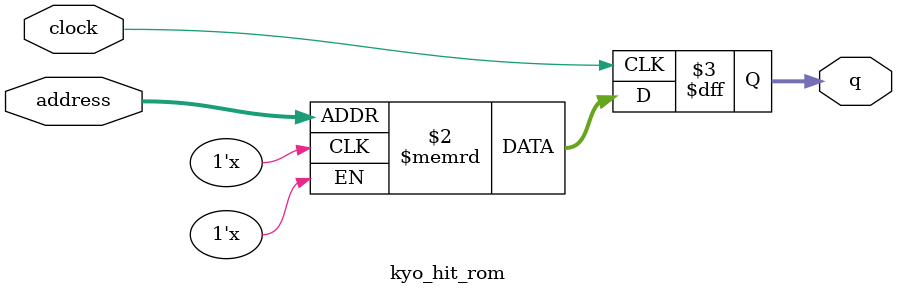
<source format=sv>
module kyo_hit_rom (
	input logic clock,
	input logic [12:0] address,
	output logic [2:0] q
);

logic [2:0] memory [0:7167] /* synthesis ram_init_file = "./kyo_hit/kyo_hit.COE" */;

always_ff @ (posedge clock) begin
	q <= memory[address];
end

endmodule

</source>
